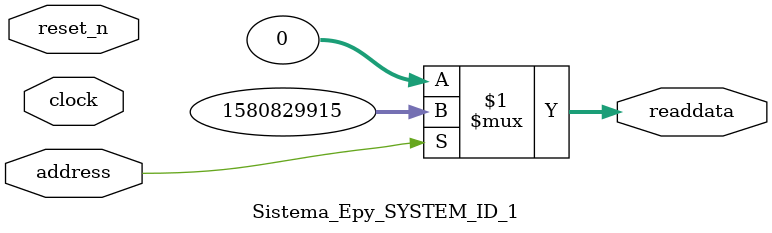
<source format=v>



// synthesis translate_off
`timescale 1ns / 1ps
// synthesis translate_on

// turn off superfluous verilog processor warnings 
// altera message_level Level1 
// altera message_off 10034 10035 10036 10037 10230 10240 10030 

module Sistema_Epy_SYSTEM_ID_1 (
               // inputs:
                address,
                clock,
                reset_n,

               // outputs:
                readdata
             )
;

  output  [ 31: 0] readdata;
  input            address;
  input            clock;
  input            reset_n;

  wire    [ 31: 0] readdata;
  //control_slave, which is an e_avalon_slave
  assign readdata = address ? 1580829915 : 0;

endmodule



</source>
